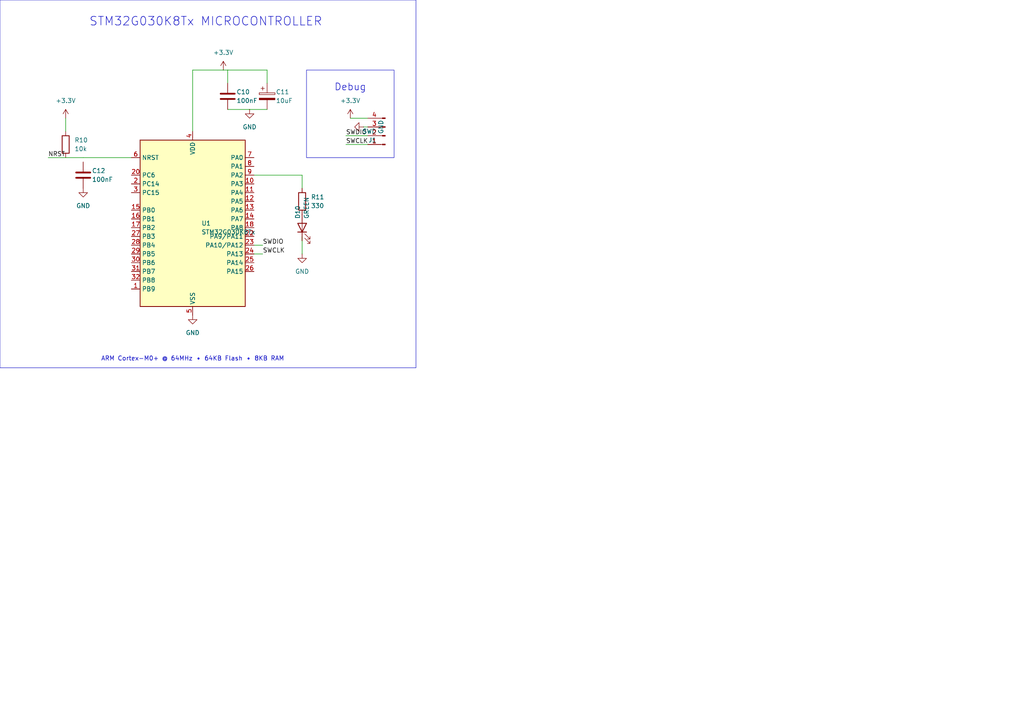
<source format=kicad_sch>
(kicad_sch (version 20250114) (generator "eeschema") (generator_version "9.0")
  (paper "A4")
  (title_block (title "STM32_Parametric_Test"))
  (lib_symbols
    (symbol "MCU_ST_STM32G0:STM32G030K8Tx"
      (property "Reference" "U" (at -15.24 26.67 0))
      (property "Value" "STM32G030K8Tx" (at 2.54 26.67 0))
      (symbol "STM32G030K8Tx_0_1"
        (rectangle (start -15.24 -22.86) (end 15.24 25.4) (stroke (width 0.254)) (fill (type background)))
      )
      (symbol "STM32G030K8Tx_1_1"
        (pin input line (at -17.78 20.32 0) (length 2.54) (name "NRST") (number "6"))
        (pin bidirectional line (at -17.78 15.24 0) (length 2.54) (name "PC6") (number "20"))
        (pin bidirectional line (at -17.78 12.7 0) (length 2.54) (name "PC14") (number "2"))
        (pin bidirectional line (at -17.78 10.16 0) (length 2.54) (name "PC15") (number "3"))
        (pin bidirectional line (at -17.78 5.08 0) (length 2.54) (name "PB0") (number "15"))
        (pin bidirectional line (at -17.78 2.54 0) (length 2.54) (name "PB1") (number "16"))
        (pin bidirectional line (at -17.78 0 0) (length 2.54) (name "PB2") (number "17"))
        (pin bidirectional line (at -17.78 -2.54 0) (length 2.54) (name "PB3") (number "27"))
        (pin bidirectional line (at -17.78 -5.08 0) (length 2.54) (name "PB4") (number "28"))
        (pin bidirectional line (at -17.78 -7.62 0) (length 2.54) (name "PB5") (number "29"))
        (pin bidirectional line (at -17.78 -10.16 0) (length 2.54) (name "PB6") (number "30"))
        (pin bidirectional line (at -17.78 -12.7 0) (length 2.54) (name "PB7") (number "31"))
        (pin bidirectional line (at -17.78 -15.24 0) (length 2.54) (name "PB8") (number "32"))
        (pin bidirectional line (at -17.78 -17.78 0) (length 2.54) (name "PB9") (number "1"))
        (pin no_connect line (at -15.24 -20.32 0) (length 2.54) (hide yes) (name "NC/PA10") (number "21"))
        (pin no_connect line (at -15.24 -22.86 0) (length 2.54) (hide yes) (name "NC/PA9") (number "19"))
        (pin power_in line (at 0 27.94 270) (length 2.54) (name "VDD") (number "4"))
        (pin power_in line (at 0 -25.4 90) (length 2.54) (name "VSS") (number "5"))
        (pin bidirectional line (at 17.78 20.32 180) (length 2.54) (name "PA0") (number "7"))
        (pin bidirectional line (at 17.78 17.78 180) (length 2.54) (name "PA1") (number "8"))
        (pin bidirectional line (at 17.78 15.24 180) (length 2.54) (name "PA2") (number "9"))
        (pin bidirectional line (at 17.78 12.7 180) (length 2.54) (name "PA3") (number "10"))
        (pin bidirectional line (at 17.78 10.16 180) (length 2.54) (name "PA4") (number "11"))
        (pin bidirectional line (at 17.78 7.62 180) (length 2.54) (name "PA5") (number "12"))
        (pin bidirectional line (at 17.78 5.08 180) (length 2.54) (name "PA6") (number "13"))
        (pin bidirectional line (at 17.78 2.54 180) (length 2.54) (name "PA7") (number "14"))
        (pin bidirectional line (at 17.78 0 180) (length 2.54) (name "PA8") (number "18"))
        (pin bidirectional line (at 17.78 -2.54 180) (length 2.54) (name "PA9/PA11") (number "22"))
        (pin bidirectional line (at 17.78 -5.08 180) (length 2.54) (name "PA10/PA12") (number "23"))
        (pin bidirectional line (at 17.78 -7.62 180) (length 2.54) (name "PA13") (number "24"))
        (pin bidirectional line (at 17.78 -10.16 180) (length 2.54) (name "PA14") (number "25"))
        (pin bidirectional line (at 17.78 -12.7 180) (length 2.54) (name "PA15") (number "26"))
      )
    )
    (symbol "Device:R" (pin_numbers (hide yes)) (pin_names (offset 0))
      (property "Reference" "R" (at 2.032 0 90))
      (property "Value" "R" (at 0 0 90))
      (symbol "R_0_1"
        (rectangle (start -1.016 -2.54) (end 1.016 2.54) (stroke (width 0.254)))
      )
      (symbol "R_1_1"
        (pin passive line (at 0 3.81 270) (length 1.27) (name "~") (number "1"))
        (pin passive line (at 0 -3.81 90) (length 1.27) (name "~") (number "2"))
      )
    )
    (symbol "Device:LED" (pin_numbers (hide yes)) (pin_names (offset 1.016) (hide yes))
      (property "Reference" "D" (at 0 2.54 0))
      (property "Value" "LED" (at 0 -2.54 0))
      (symbol "LED_0_1"
        (polyline (pts (xy -3.048 -0.762) (xy -4.572 -2.286) (xy -3.81 -2.286) (xy -4.572 -2.286) (xy -4.572 -1.524)))
        (polyline (pts (xy -1.778 -0.762) (xy -3.302 -2.286) (xy -2.54 -2.286) (xy -3.302 -2.286) (xy -3.302 -1.524)))
        (polyline (pts (xy -1.27 0) (xy 1.27 0)))
        (polyline (pts (xy -1.27 -1.27) (xy -1.27 1.27)) (stroke (width 0.254)))
        (polyline (pts (xy 1.27 -1.27) (xy 1.27 1.27) (xy -1.27 0) (xy 1.27 -1.27)) (stroke (width 0.254)))
      )
      (symbol "LED_1_1"
        (pin passive line (at -3.81 0 0) (length 2.54) (name "K") (number "1"))
        (pin passive line (at 3.81 0 180) (length 2.54) (name "A") (number "2"))
      )
    )
    (symbol "Device:C" (pin_numbers (hide yes)) (pin_names (offset 0.254))
      (property "Reference" "C" (at 0.635 2.54 0))
      (property "Value" "C" (at 0.635 -2.54 0))
      (symbol "C_0_1"
        (polyline (pts (xy -2.032 0.762) (xy 2.032 0.762)) (stroke (width 0.508)))
        (polyline (pts (xy -2.032 -0.762) (xy 2.032 -0.762)) (stroke (width 0.508)))
      )
      (symbol "C_1_1"
        (pin passive line (at 0 3.81 270) (length 2.794) (name "~") (number "1"))
        (pin passive line (at 0 -3.81 90) (length 2.794) (name "~") (number "2"))
      )
    )
    (symbol "Device:C_Polarized" (pin_numbers (hide yes)) (pin_names (offset 0.254))
      (property "Reference" "C" (at 0.635 2.54 0))
      (property "Value" "C_Polarized" (at 0.635 -2.54 0))
      (symbol "C_Polarized_0_1"
        (rectangle (start -2.286 0.508) (end 2.286 1.016))
        (polyline (pts (xy -1.778 2.286) (xy -0.762 2.286)))
        (polyline (pts (xy -1.27 2.794) (xy -1.27 1.778)))
        (rectangle (start 2.286 -0.508) (end -2.286 -1.016) (fill (type outline)))
      )
      (symbol "C_Polarized_1_1"
        (pin passive line (at 0 3.81 270) (length 2.794) (name "~") (number "1"))
        (pin passive line (at 0 -3.81 90) (length 2.794) (name "~") (number "2"))
      )
    )
    (symbol "Connector:Conn_01x04_Pin" (pin_names (offset 1.016) (hide yes))
      (property "Reference" "J" (at 0 5.08 0))
      (property "Value" "Conn_01x04_Pin" (at 0 -7.62 0))
      (symbol "Conn_01x04_Pin_1_1"
        (rectangle (start 0.8636 2.667) (end 0 2.413) (stroke (width 0.1524)) (fill (type outline)))
        (rectangle (start 0.8636 0.127) (end 0 -0.127) (stroke (width 0.1524)) (fill (type outline)))
        (rectangle (start 0.8636 -2.413) (end 0 -2.667) (stroke (width 0.1524)) (fill (type outline)))
        (rectangle (start 0.8636 -4.953) (end 0 -5.207) (stroke (width 0.1524)) (fill (type outline)))
        (polyline (pts (xy 1.27 2.54) (xy 0.8636 2.54)) (stroke (width 0.1524)))
        (polyline (pts (xy 1.27 0) (xy 0.8636 0)) (stroke (width 0.1524)))
        (polyline (pts (xy 1.27 -2.54) (xy 0.8636 -2.54)) (stroke (width 0.1524)))
        (polyline (pts (xy 1.27 -5.08) (xy 0.8636 -5.08)) (stroke (width 0.1524)))
        (pin passive line (at 5.08 2.54 180) (length 3.81) (name "Pin_1") (number "1"))
        (pin passive line (at 5.08 0 180) (length 3.81) (name "Pin_2") (number "2"))
        (pin passive line (at 5.08 -2.54 180) (length 3.81) (name "Pin_3") (number "3"))
        (pin passive line (at 5.08 -5.08 180) (length 3.81) (name "Pin_4") (number "4"))
      )
    )
    (symbol "power:+3.3V" (power) (pin_numbers (hide yes)) (pin_names (offset 0) (hide yes))
      (property "Value" "+3.3V" (at 0 3.556 0))
      (symbol "+3.3V_0_1"
        (polyline (pts (xy -0.762 1.27) (xy 0 2.54)))
        (polyline (pts (xy 0 2.54) (xy 0.762 1.27)))
        (polyline (pts (xy 0 0) (xy 0 2.54)))
      )
      (symbol "+3.3V_1_1"
        (pin power_in line (at 0 0 90) (length 0) (name "~") (number "1"))
      )
    )
    (symbol "power:GND" (power) (pin_numbers (hide yes)) (pin_names (offset 0) (hide yes))
      (property "Value" "GND" (at 0 -3.81 0))
      (symbol "GND_0_1"
        (polyline (pts (xy 0 0) (xy 0 -1.27) (xy 1.27 -1.27) (xy 0 -2.54) (xy -1.27 -1.27) (xy 0 -1.27)))
      )
      (symbol "GND_1_1"
        (pin power_in line (at 0 0 270) (length 0) (name "~") (number "1"))
      )
    )
  )
  (symbol (lib_id "MCU_ST_STM32G0:STM32G030K8Tx") (at 55.88 66.04 0) (unit 1)
    (property "Reference" "U1" (at 58.42 64.7699 0) (effects (justify left)))
    (property "Value" "STM32G030K8Tx" (at 58.42 67.3099 0) (effects (justify left)))
  )
  (symbol (lib_id "Device:R") (at 19.05 41.91 0) (unit 1)
    (property "Reference" "R10" (at 21.59 40.6399 0) (effects (justify left)))
    (property "Value" "10k" (at 21.59 43.1799 0) (effects (justify left)))
  )
  (symbol (lib_id "Device:R") (at 87.63 58.42 0) (unit 1)
    (property "Reference" "R11" (at 90.17 57.1499 0) (effects (justify left)))
    (property "Value" "330" (at 90.17 59.6899 0) (effects (justify left)))
  )
  (symbol (lib_id "Device:LED") (at 87.63 66.04 90) (unit 1)
    (property "Reference" "D10" (at 86.3599 63.5 0) (effects (justify left)))
    (property "Value" "GREEN" (at 88.8999 63.5 0) (effects (justify left)))
  )
  (symbol (lib_id "Device:C") (at 66.04 27.94 0) (unit 1)
    (property "Reference" "C10" (at 68.58 26.6699 0) (effects (justify left)))
    (property "Value" "100nF" (at 68.58 29.2099 0) (effects (justify left)))
  )
  (symbol (lib_id "Device:C_Polarized") (at 77.47 27.94 0) (unit 1)
    (property "Reference" "C11" (at 80.01 26.6699 0) (effects (justify left)))
    (property "Value" "10uF" (at 80.01 29.2099 0) (effects (justify left)))
  )
  (symbol (lib_id "Device:C") (at 24.13 50.8 0) (unit 1)
    (property "Reference" "C12" (at 26.67 49.5299 0) (effects (justify left)))
    (property "Value" "100nF" (at 26.67 52.0699 0) (effects (justify left)))
  )
  (symbol (lib_id "Connector:Conn_01x04_Pin") (at 111.76 39.37 180) (unit 1)
    (property "Reference" "J1" (at 109.22 40.6401 0) (effects (justify left)))
    (property "Value" "SWD" (at 109.22 38.1001 0) (effects (justify left)))
  )
  (symbol (lib_id "power:+3.3V") (at 64.77 20.32 0) (unit 1)
    (property "Reference" "#PWR20" (effects (hide yes)))
    (property "Value" "+3.3V" (at 64.77 15.24 0))
  )
  (symbol (lib_id "power:+3.3V") (at 101.6 34.29 0) (unit 1)
    (property "Reference" "#PWR21" (effects (hide yes)))
    (property "Value" "+3.3V" (at 101.6 29.21 0))
  )
  (symbol (lib_id "power:+3.3V") (at 19.05 34.29 0) (unit 1)
    (property "Reference" "#PWR22" (effects (hide yes)))
    (property "Value" "+3.3V" (at 19.05 29.21 0))
  )
  (symbol (lib_id "power:GND") (at 87.63 73.66 0) (unit 1)
    (property "Reference" "#PWR23" (effects (hide yes)))
    (property "Value" "GND" (at 87.63 78.74 0))
  )
  (symbol (lib_id "power:GND") (at 72.39 31.75 0) (unit 1)
    (property "Reference" "#PWR24" (effects (hide yes)))
    (property "Value" "GND" (at 72.39 36.83 0))
  )
  (symbol (lib_id "power:GND") (at 55.88 91.44 0) (unit 1)
    (property "Reference" "#PWR25" (effects (hide yes)))
    (property "Value" "GND" (at 55.88 96.52 0))
  )
  (symbol (lib_id "power:GND") (at 24.13 54.61 0) (unit 1)
    (property "Reference" "#PWR26" (effects (hide yes)))
    (property "Value" "GND" (at 24.13 59.69 0))
  )
  (symbol (lib_id "power:GND") (at 105.41 36.83 270) (unit 1)
    (property "Reference" "#PWR27" (effects (hide yes)))
    (property "Value" "GND" (at 110.49 36.83 0))
  )
  (wire (pts (xy 66.04 31.75) (xy 72.39 31.75)))
  (wire (pts (xy 72.39 31.75) (xy 77.47 31.75)))
  (wire (pts (xy 55.88 20.32) (xy 64.77 20.32)))
  (wire (pts (xy 64.77 20.32) (xy 66.04 20.32)))
  (wire (pts (xy 66.04 20.32) (xy 77.47 20.32)))
  (wire (pts (xy 55.88 20.32) (xy 55.88 38.1)))
  (wire (pts (xy 64.77 20.32) (xy 64.77 20.32)))
  (wire (pts (xy 66.04 20.32) (xy 66.04 24.13)))
  (wire (pts (xy 77.47 20.32) (xy 77.47 24.13)))
  (wire (pts (xy 19.05 45.72) (xy 24.13 45.72)))
  (wire (pts (xy 24.13 45.72) (xy 38.1 45.72)))
  (wire (pts (xy 13.97 45.72) (xy 19.05 45.72)))
  (wire (pts (xy 19.05 38.1) (xy 19.05 34.29)))
  (wire (pts (xy 73.66 50.8) (xy 87.63 50.8)))
  (wire (pts (xy 87.63 50.8) (xy 87.63 54.61)))
  (wire (pts (xy 87.63 60.96) (xy 87.63 60.96)))
  (wire (pts (xy 87.63 68.58) (xy 87.63 73.66)))
  (wire (pts (xy 101.6 34.29) (xy 106.68 34.29)))
  (wire (pts (xy 105.41 36.83) (xy 106.68 36.83)))
  (wire (pts (xy 100.33 39.37) (xy 106.68 39.37)))
  (wire (pts (xy 100.33 41.91) (xy 106.68 41.91)))
  (wire (pts (xy 76.2 71.12) (xy 73.66 71.12)))
  (wire (pts (xy 76.2 73.66) (xy 73.66 73.66)))
  (label "NRST" (at 13.97 45.72 0))
  (label "SWDIO" (at 76.2 71.12 0))
  (label "SWCLK" (at 76.2 73.66 0))
  (label "SWDIO" (at 100.33 39.37 0))
  (label "SWCLK" (at 100.33 41.91 0))
  (rectangle (start 0.0000 0.0000) (end 120.65 106.68) (stroke (width 0.127)))
  (rectangle (start 88.9 20.32) (end 114.3 45.72) (stroke (width 0.127)))
  (text "STM32G030K8Tx MICROCONTROLLER" (at 59.69 6.35 0.0000) (effects (font (size 2.5 2.5))))
  (text "ARM Cortex-M0+ @ 64MHz • 64KB Flash • 8KB RAM" (at 55.88 104.14 0.0000) (effects (font (size 1.27 1.27))))
  (text "Debug" (at 101.6 25.4 0.0000) (effects (font (size 2 2))))
)
</source>
